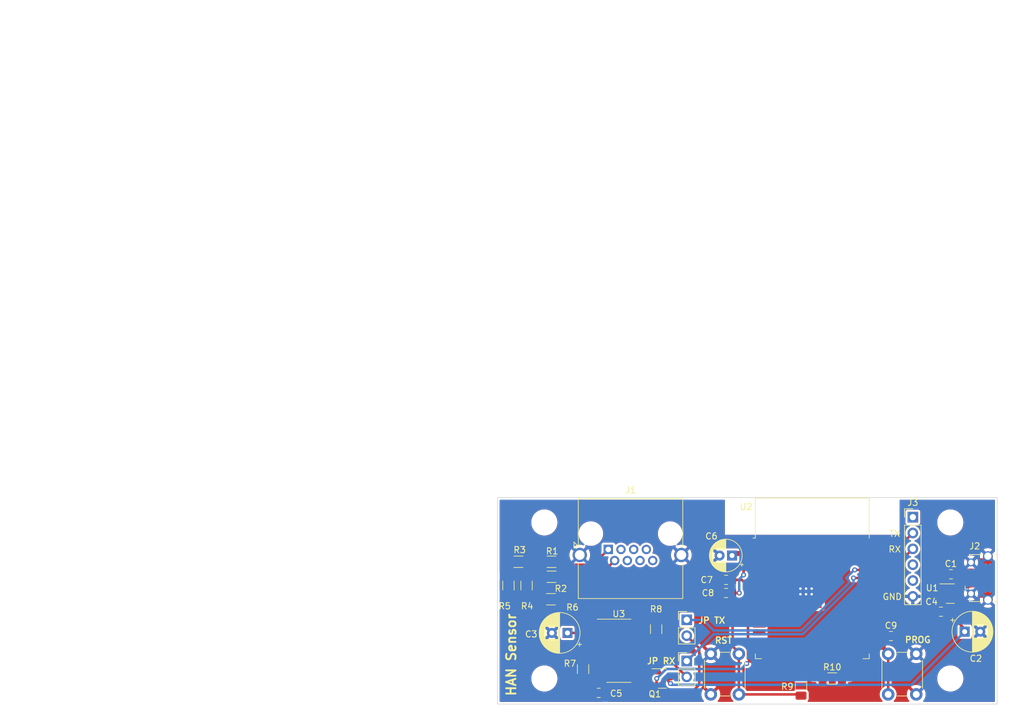
<source format=kicad_pcb>
(kicad_pcb (version 20211014) (generator pcbnew)
  (layers (0 "F.Cu" signal) (31 "B.Cu" signal) (34 "B.Paste" user) (35 "F.Paste" user) (36 "B.SilkS" user "B.Silkscreen") (37 "F.SilkS" user "F.Silkscreen") (38 "B.Mask" user) (39 "F.Mask" user) (44 "Edge.Cuts" user))
  (net 0 "")
  (net 1 "Net-(C1-Pad1)")
  (net 2 "+3V3")
  (net 3 "GND")
  (net 4 "Net-(C3-Pad1)")
  (net 11 "Net-(C5-Pad1)")
  (net 15 "Net-(C8-Pad2)")
  (net 16 "VDD")
  (net 45 "Net-(J1-Pad1)")
  (net 46 "Net-(J1-Pad2)")
  (net 51 "/ESP_TX")
  (net 52 "/ESP_RX")
  (net 57 "/HAN_TX")
  (net 58 "/HAN_RX")
  (net 59 "Net-(C9-Pad1)")
  (net 60 "Net-(R1-Pad2)")
  (net 62 "Net-(R2-Pad2)")
  (net 63 "Net-(R3-Pad2)")
  (net 64 "Net-(R4-Pad2)")
  (net 65 "Net-(Q1-Pad1)")
  (net 66 "Net-(R5-Pad2)")
  (net 67 "Net-(R6-Pad2)")
  (net 68 "Net-(R7-Pad1)")
  (net 69 "Net-(R8-Pad2)")
  (footprint "Button_Switch_THT:SW_PUSH_6mm" (layer "F.Cu") (at 162.55 131.55 90)
    (fp_text reference "SW2" hide)
    (fp_text value "ESP_PROG")
    (pad "1" thru_hole circle (at 6.5 0 180) (size 2 2) (drill 1.1) (layers *.Cu *.Mask) (net 59 "Net-(C9-Pad1)"))
    (pad "1" thru_hole circle (at 0 0 180) (size 2 2) (drill 1.1) (layers *.Cu *.Mask) (net 59 "Net-(C9-Pad1)"))
    (pad "2" thru_hole circle (at 6.5 4.5 180) (size 2 2) (drill 1.1) (layers *.Cu *.Mask) (net 3 "GND"))
    (pad "2" thru_hole circle (at 0 4.5 180) (size 2 2) (drill 1.1) (layers *.Cu *.Mask) (net 3 "GND"))
  )
  (footprint "Capacitor_THT:CP_Radial_D6.3mm_P2.50mm" (layer "F.Cu") (at 111.2 121.7 180)
    (fp_text reference "C3" (at 5.8 -0.2 180) (layer "F.SilkS"))
    (fp_text value "220uF")
    (pad "1" thru_hole rect (at 0 0 180) (size 1.6 1.6) (drill 0.8) (layers *.Cu *.Mask) (net 4 "Net-(C3-Pad1)"))
    (pad "2" thru_hole circle (at 2.5 0 180) (size 1.6 1.6) (drill 0.8) (layers *.Cu *.Mask) (net 3 "GND"))
  )
  (footprint "MountingHole:MountingHole_3.5mm" (layer "F.Cu") (at 172.5 104)
    (fp_text reference "REF**" hide)
    (fp_text value "MountingHole_3.5mm" hide)
    (pad "" np_thru_hole circle (at 0 0) (size 3.5 3.5) (drill 3.5) (layers *.Cu *.Mask))
  )
  (footprint "Capacitor_THT:CP_Radial_D5.0mm_P2.00mm" (layer "F.Cu") (at 137.555113 109.3 180)
    (fp_text reference "C6" (at 3.3 3.1) (layer "F.SilkS"))
    (fp_text value "22uF")
    (pad "1" thru_hole rect (at 0 0 180) (size 1.6 1.6) (drill 0.8) (layers *.Cu *.Mask) (net 16 "VDD"))
    (pad "2" thru_hole circle (at 2 0 180) (size 1.6 1.6) (drill 0.8) (layers *.Cu *.Mask) (net 3 "GND"))
  )
  (footprint "Resistor_SMD:R_1206_3216Metric_Pad1.30x1.75mm_HandSolder" (layer "F.Cu") (at 125.4 121.1 -90)
    (fp_text reference "R8" (at -3.2 0 180) (layer "F.SilkS"))
    (fp_text value "100")
    (pad "1" smd roundrect (at -1.55 0 270) (size 1.3 1.75) (layers "F.Cu" "F.Paste" "F.Mask") (roundrect_rratio 0.192308) (net 3 "GND"))
    (pad "2" smd roundrect (at 1.55 0 270) (size 1.3 1.75) (layers "F.Cu" "F.Paste" "F.Mask") (roundrect_rratio 0.192308) (net 69 "Net-(R8-Pad2)"))
  )
  (footprint "Capacitor_SMD:C_0805_2012Metric_Pad1.18x1.45mm_HandSolder" (layer "F.Cu") (at 171 118.3 180)
    (fp_text reference "C4" (at 1.5 1.6) (layer "F.SilkS"))
    (fp_text value "100nF")
    (pad "1" smd roundrect (at -1.0375 0 180) (size 1.175 1.45) (layers "F.Cu" "F.Paste" "F.Mask") (roundrect_rratio 0.212766) (net 2 "+3V3"))
    (pad "2" smd roundrect (at 1.0375 0 180) (size 1.175 1.45) (layers "F.Cu" "F.Paste" "F.Mask") (roundrect_rratio 0.212766) (net 3 "GND"))
  )
  (footprint "Resistor_SMD:R_1206_3216Metric_Pad1.30x1.75mm_HandSolder" (layer "F.Cu") (at 113.7 127.5 -90)
    (fp_text reference "R7" (at -0.9 2.1 180) (layer "F.SilkS"))
    (fp_text value "33k")
    (pad "1" smd roundrect (at -1.55 0 270) (size 1.3 1.75) (layers "F.Cu" "F.Paste" "F.Mask") (roundrect_rratio 0.192308) (net 68 "Net-(R7-Pad1)"))
    (pad "2" smd roundrect (at 1.55 0 270) (size 1.3 1.75) (layers "F.Cu" "F.Paste" "F.Mask") (roundrect_rratio 0.192308) (net 3 "GND"))
  )
  (footprint "Resistor_SMD:R_1206_3216Metric_Pad1.30x1.75mm_HandSolder" (layer "F.Cu") (at 148.6 130.2 -90)
    (fp_text reference "R9" (at 0.1 2.2 180) (layer "F.SilkS"))
    (fp_text value "10k")
    (pad "1" smd roundrect (at -1.55 0 270) (size 1.3 1.75) (layers "F.Cu" "F.Paste" "F.Mask") (roundrect_rratio 0.192308) (net 16 "VDD"))
    (pad "2" smd roundrect (at 1.55 0 270) (size 1.3 1.75) (layers "F.Cu" "F.Paste" "F.Mask") (roundrect_rratio 0.192308) (net 15 "Net-(C8-Pad2)"))
  )
  (footprint "Connector_USB:USB_Micro-B_Amphenol_10118194_Horizontal" (layer "F.Cu") (at 177.215 112.9 90)
    (fp_text reference "J2" (at 5.1 -0.8 180) (layer "F.SilkS"))
    (fp_text value "USB_B_Micro")
    (pad "1" smd rect (at -1.3 -1.4 90) (size 0.4 1.35) (layers "F.Cu" "F.Paste" "F.Mask") (net 1 "Net-(C1-Pad1)"))
    (pad "2" smd rect (at -0.65 -1.4 90) (size 0.4 1.35) (layers "F.Cu" "F.Paste" "F.Mask"))
    (pad "3" smd rect (at 0 -1.4 90) (size 0.4 1.35) (layers "F.Cu" "F.Paste" "F.Mask"))
    (pad "4" smd rect (at 0.65 -1.4 90) (size 0.4 1.35) (layers "F.Cu" "F.Paste" "F.Mask"))
    (pad "5" smd rect (at 1.3 -1.4 90) (size 0.4 1.35) (layers "F.Cu" "F.Paste" "F.Mask") (net 3 "GND"))
    (pad "6" smd rect (at 1 1.3 90) (size 1.5 1.55) (layers "F.Cu" "F.Paste" "F.Mask") (net 3 "GND"))
    (pad "6" thru_hole circle (at 3.5 1.3 90) (size 1.55 1.55) (drill 1.15) (layers *.Cu *.Mask) (net 3 "GND"))
    (pad "6" thru_hole circle (at -3.5 1.3 90) (size 1.55 1.55) (drill 1.15) (layers *.Cu *.Mask) (net 3 "GND"))
    (pad "6" thru_hole circle (at 2.5 -1.4 90) (size 1.25 1.25) (drill 0.85) (layers *.Cu *.Mask) (net 3 "GND"))
    (pad "6" thru_hole circle (at -2.5 -1.4 90) (size 1.25 1.25) (drill 0.85) (layers *.Cu *.Mask) (net 3 "GND"))
    (pad "6" smd rect (at -2.9 1.3 90) (size 1.2 1.55) (layers "F.Cu" "F.Paste" "F.Mask") (net 3 "GND"))
    (pad "6" smd rect (at 2.9 1.3 90) (size 1.2 1.55) (layers "F.Cu" "F.Paste" "F.Mask") (net 3 "GND"))
    (pad "6" smd rect (at -1 1.3 90) (size 1.5 1.55) (layers "F.Cu" "F.Paste" "F.Mask") (net 3 "GND"))
  )
  (footprint "RF_Module:ESP32-WROOM-32" (layer "F.Cu") (at 150.4 115.95)
    (fp_text reference "U2" (at -10.6 -14.45) (layer "F.SilkS"))
    (fp_text value "ESP32-WROOM-32")
    (pad "1" smd rect (at -8.5 -8.255) (size 2 0.9) (layers "F.Cu" "F.Paste" "F.Mask") (net 3 "GND"))
    (pad "2" smd rect (at -8.5 -6.985) (size 2 0.9) (layers "F.Cu" "F.Paste" "F.Mask") (net 16 "VDD"))
    (pad "3" smd rect (at -8.5 -5.715) (size 2 0.9) (layers "F.Cu" "F.Paste" "F.Mask") (net 15 "Net-(C8-Pad2)"))
    (pad "4" smd rect (at -8.5 -4.445) (size 2 0.9) (layers "F.Cu" "F.Paste" "F.Mask"))
    (pad "5" smd rect (at -8.5 -3.175) (size 2 0.9) (layers "F.Cu" "F.Paste" "F.Mask"))
    (pad "6" smd rect (at -8.5 -1.905) (size 2 0.9) (layers "F.Cu" "F.Paste" "F.Mask"))
    (pad "7" smd rect (at -8.5 -0.635) (size 2 0.9) (layers "F.Cu" "F.Paste" "F.Mask"))
    (pad "8" smd rect (at -8.5 0.635) (size 2 0.9) (layers "F.Cu" "F.Paste" "F.Mask"))
    (pad "9" smd rect (at -8.5 1.905) (size 2 0.9) (layers "F.Cu" "F.Paste" "F.Mask"))
    (pad "10" smd rect (at -8.5 3.175) (size 2 0.9) (layers "F.Cu" "F.Paste" "F.Mask"))
    (pad "11" smd rect (at -8.5 4.445) (size 2 0.9) (layers "F.Cu" "F.Paste" "F.Mask"))
    (pad "12" smd rect (at -8.5 5.715) (size 2 0.9) (layers "F.Cu" "F.Paste" "F.Mask"))
    (pad "13" smd rect (at -8.5 6.985) (size 2 0.9) (layers "F.Cu" "F.Paste" "F.Mask"))
    (pad "14" smd rect (at -8.5 8.255) (size 2 0.9) (layers "F.Cu" "F.Paste" "F.Mask"))
    (pad "15" smd rect (at -5.715 9.255 90) (size 2 0.9) (layers "F.Cu" "F.Paste" "F.Mask") (net 3 "GND"))
    (pad "16" smd rect (at -4.445 9.255 90) (size 2 0.9) (layers "F.Cu" "F.Paste" "F.Mask"))
    (pad "17" smd rect (at -3.175 9.255 90) (size 2 0.9) (layers "F.Cu" "F.Paste" "F.Mask"))
    (pad "18" smd rect (at -1.905 9.255 90) (size 2 0.9) (layers "F.Cu" "F.Paste" "F.Mask"))
    (pad "19" smd rect (at -0.635 9.255 90) (size 2 0.9) (layers "F.Cu" "F.Paste" "F.Mask"))
    (pad "20" smd rect (at 0.635 9.255 90) (size 2 0.9) (layers "F.Cu" "F.Paste" "F.Mask"))
    (pad "21" smd rect (at 1.905 9.255 90) (size 2 0.9) (layers "F.Cu" "F.Paste" "F.Mask"))
    (pad "22" smd rect (at 3.175 9.255 90) (size 2 0.9) (layers "F.Cu" "F.Paste" "F.Mask"))
    (pad "23" smd rect (at 4.445 9.255 90) (size 2 0.9) (layers "F.Cu" "F.Paste" "F.Mask"))
    (pad "24" smd rect (at 5.715 9.255 90) (size 2 0.9) (layers "F.Cu" "F.Paste" "F.Mask"))
    (pad "25" smd rect (at 8.5 8.255) (size 2 0.9) (layers "F.Cu" "F.Paste" "F.Mask") (net 59 "Net-(C9-Pad1)"))
    (pad "26" smd rect (at 8.5 6.985) (size 2 0.9) (layers "F.Cu" "F.Paste" "F.Mask"))
    (pad "27" smd rect (at 8.5 5.715) (size 2 0.9) (layers "F.Cu" "F.Paste" "F.Mask"))
    (pad "28" smd rect (at 8.5 4.445) (size 2 0.9) (layers "F.Cu" "F.Paste" "F.Mask"))
    (pad "29" smd rect (at 8.5 3.175) (size 2 0.9) (layers "F.Cu" "F.Paste" "F.Mask"))
    (pad "30" smd rect (at 8.5 1.905) (size 2 0.9) (layers "F.Cu" "F.Paste" "F.Mask"))
    (pad "31" smd rect (at 8.5 0.635) (size 2 0.9) (layers "F.Cu" "F.Paste" "F.Mask"))
    (pad "32" smd rect (at 8.5 -0.635) (size 2 0.9) (layers "F.Cu" "F.Paste" "F.Mask"))
    (pad "33" smd rect (at 8.5 -1.905) (size 2 0.9) (layers "F.Cu" "F.Paste" "F.Mask"))
    (pad "34" smd rect (at 8.5 -3.175) (size 2 0.9) (layers "F.Cu" "F.Paste" "F.Mask") (net 52 "/ESP_RX"))
    (pad "35" smd rect (at 8.5 -4.445) (size 2 0.9) (layers "F.Cu" "F.Paste" "F.Mask") (net 51 "/ESP_TX"))
    (pad "36" smd rect (at 8.5 -5.715) (size 2 0.9) (layers "F.Cu" "F.Paste" "F.Mask"))
    (pad "37" smd rect (at 8.5 -6.985) (size 2 0.9) (layers "F.Cu" "F.Paste" "F.Mask"))
    (pad "38" smd rect (at 8.5 -8.255) (size 2 0.9) (layers "F.Cu" "F.Paste" "F.Mask") (net 3 "GND"))
    (pad "39" smd rect (at -1 -0.755) (size 5 5) (layers "F.Cu" "F.Paste" "F.Mask") (net 3 "GND"))
    (zone (net 0) (net_name "") (layers *.Cu) (connect_pads (clearance 0)) (min_thickness 0.254)
      (keepout (tracks not_allowed) (vias not_allowed) (pads not_allowed) (copperpour not_allowed) (footprints not_allowed))
      (fill (thermal_gap 0.508) (thermal_bridge_width 0.508))
      (polygon (pts (xy 136.4 105.98) (xy 164.4 105.98) (xy 164.4 95.2) (xy 136.4 95.2)))
    )
  )
  (footprint "Resistor_SMD:R_1206_3216Metric_Pad1.30x1.75mm_HandSolder" (layer "F.Cu") (at 153.6 129)
    (fp_text reference "R10" (at 0 -1.82) (layer "F.SilkS"))
    (fp_text value "10k")
    (pad "1" smd roundrect (at -1.55 0) (size 1.3 1.75) (layers "F.Cu" "F.Paste" "F.Mask") (roundrect_rratio 0.192308) (net 16 "VDD"))
    (pad "2" smd roundrect (at 1.55 0) (size 1.3 1.75) (layers "F.Cu" "F.Paste" "F.Mask") (roundrect_rratio 0.192308) (net 59 "Net-(C9-Pad1)"))
  )
  (footprint "Capacitor_SMD:C_0805_2012Metric_Pad1.18x1.45mm_HandSolder" (layer "F.Cu") (at 136.6 113.2 180)
    (fp_text reference "C7" (at 3.1 0 180) (layer "F.SilkS"))
    (fp_text value "100nF")
    (pad "1" smd roundrect (at -1.0375 0 180) (size 1.175 1.45) (layers "F.Cu" "F.Paste" "F.Mask") (roundrect_rratio 0.212766) (net 16 "VDD"))
    (pad "2" smd roundrect (at 1.0375 0 180) (size 1.175 1.45) (layers "F.Cu" "F.Paste" "F.Mask") (roundrect_rratio 0.212766) (net 3 "GND"))
  )
  (footprint "Package_TO_SOT_SMD:SOT-23" (layer "F.Cu") (at 172.5 115.4)
    (fp_text reference "U1" (at -2.9 -0.9) (layer "F.SilkS"))
    (fp_text value "AP7375-33SA")
    (pad "1" smd roundrect (at -0.9375 -0.95) (size 1.475 0.6) (layers "F.Cu" "F.Paste" "F.Mask") (net 1 "Net-(C1-Pad1)"))
    (pad "2" smd roundrect (at -0.9375 0.95) (size 1.475 0.6) (layers "F.Cu" "F.Paste" "F.Mask") (net 2 "+3V3"))
    (pad "3" smd roundrect (at 0.9375 0) (size 1.475 0.6) (layers "F.Cu" "F.Paste" "F.Mask") (net 3 "GND"))
  )
  (footprint "MountingHole:MountingHole_3.5mm" (layer "F.Cu") (at 107.5 129)
    (fp_text reference "REF**" hide)
    (fp_text value "MountingHole_3.5mm" hide)
    (pad "" np_thru_hole circle (at 0 0) (size 3.5 3.5) (drill 3.5) (layers *.Cu *.Mask))
  )
  (footprint "MountingHole:MountingHole_3.5mm" (layer "F.Cu") (at 172.5 129)
    (fp_text reference "REF**" hide)
    (fp_text value "MountingHole_3.5mm" hide)
    (pad "" np_thru_hole circle (at 0 0) (size 3.5 3.5) (drill 3.5) (layers *.Cu *.Mask))
  )
  (footprint "Package_TO_SOT_SMD:SOT-23" (layer "F.Cu") (at 126.4 129)
    (fp_text reference "Q1" (at -1.2 2.5) (layer "F.SilkS"))
    (fp_text value "BSS84")
    (pad "1" smd roundrect (at -0.9375 -0.95) (size 1.475 0.6) (layers "F.Cu" "F.Paste" "F.Mask") (net 65 "Net-(Q1-Pad1)"))
    (pad "2" smd roundrect (at -0.9375 0.95) (size 1.475 0.6) (layers "F.Cu" "F.Paste" "F.Mask") (net 16 "VDD"))
    (pad "3" smd roundrect (at 0.9375 0) (size 1.475 0.6) (layers "F.Cu" "F.Paste" "F.Mask") (net 2 "+3V3"))
  )
  (footprint "Capacitor_SMD:C_0805_2012Metric_Pad1.18x1.45mm_HandSolder" (layer "F.Cu") (at 136.6 115.3)
    (fp_text reference "C8" (at -2.9 0) (layer "F.SilkS"))
    (fp_text value "100nF")
    (pad "1" smd roundrect (at -1.0375 0) (size 1.175 1.45) (layers "F.Cu" "F.Paste" "F.Mask") (roundrect_rratio 0.212766) (net 3 "GND"))
    (pad "2" smd roundrect (at 1.0375 0) (size 1.175 1.45) (layers "F.Cu" "F.Paste" "F.Mask") (roundrect_rratio 0.212766) (net 15 "Net-(C8-Pad2)"))
  )
  (footprint "Connector_RJ:RJ45_Amphenol_RJHSE5380" (layer "F.Cu") (at 117.74 108.325)
    (fp_text reference "J1" (at 3.56 -9.5) (layer "F.SilkS"))
    (fp_text value "8P8C_Shielded")
    (pad "" np_thru_hole circle (at 9.91 -2.54) (size 3.25 3.25) (drill 3.25) (layers *.Cu *.Mask))
    (pad "" np_thru_hole circle (at -2.79 -2.54) (size 3.25 3.25) (drill 3.25) (layers *.Cu *.Mask))
    (pad "1" thru_hole rect (at 0 0) (size 1.5 1.5) (drill 0.89) (layers *.Cu *.Mask) (net 45 "Net-(J1-Pad1)"))
    (pad "2" thru_hole circle (at 1.016 1.78) (size 1.5 1.5) (drill 0.89) (layers *.Cu *.Mask) (net 46 "Net-(J1-Pad2)"))
    (pad "3" thru_hole circle (at 2.032 0) (size 1.5 1.5) (drill 0.89) (layers *.Cu *.Mask))
    (pad "4" thru_hole circle (at 3.048 1.78) (size 1.5 1.5) (drill 0.89) (layers *.Cu *.Mask))
    (pad "5" thru_hole circle (at 4.064 0) (size 1.5 1.5) (drill 0.89) (layers *.Cu *.Mask))
    (pad "6" thru_hole circle (at 5.08 1.78) (size 1.5 1.5) (drill 0.89) (layers *.Cu *.Mask))
    (pad "7" thru_hole circle (at 6.096 0) (size 1.5 1.5) (drill 0.89) (layers *.Cu *.Mask))
    (pad "8" thru_hole circle (at 7.112 1.78) (size 1.5 1.5) (drill 0.89) (layers *.Cu *.Mask))
    (pad "SH" thru_hole circle (at -4.57 0.89) (size 2.3 2.3) (drill 1.57) (layers *.Cu *.Mask) (net 3 "GND"))
    (pad "SH" thru_hole circle (at 11.69 0.89) (size 2.3 2.3) (drill 1.57) (layers *.Cu *.Mask) (net 3 "GND"))
  )
  (footprint "Connector_PinHeader_2.54mm:PinHeader_1x02_P2.54mm_Vertical" (layer "F.Cu") (at 130.3 126.2)
    (fp_text reference "JP2" hide)
    (fp_text value "JP RX")
    (pad "1" thru_hole rect (at 0 0) (size 1.7 1.7) (drill 1) (layers *.Cu *.Mask) (net 52 "/ESP_RX"))
    (pad "2" thru_hole oval (at 0 2.54) (size 1.7 1.7) (drill 1) (layers *.Cu *.Mask) (net 58 "/HAN_RX"))
  )
  (footprint "Capacitor_SMD:C_0805_2012Metric_Pad1.18x1.45mm_HandSolder" (layer "F.Cu") (at 172.6 112.3)
    (fp_text reference "C1" (at 0 -1.68) (layer "F.SilkS"))
    (fp_text value "100nF")
    (pad "1" smd roundrect (at -1.0375 0) (size 1.175 1.45) (layers "F.Cu" "F.Paste" "F.Mask") (roundrect_rratio 0.212766) (net 1 "Net-(C1-Pad1)"))
    (pad "2" smd roundrect (at 1.0375 0) (size 1.175 1.45) (layers "F.Cu" "F.Paste" "F.Mask") (roundrect_rratio 0.212766) (net 3 "GND"))
  )
  (footprint "Package_SO:SOIC-16_3.9x9.9mm_P1.27mm" (layer "F.Cu") (at 119.425 124.555)
    (fp_text reference "U3" (at 0 -5.9) (layer "F.SilkS"))
    (fp_text value "TSS721")
    (pad "1" smd roundrect (at -2.475 -4.445) (size 1.95 0.6) (layers "F.Cu" "F.Paste" "F.Mask") (net 67 "Net-(R6-Pad2)"))
    (pad "2" smd roundrect (at -2.475 -3.175) (size 1.95 0.6) (layers "F.Cu" "F.Paste" "F.Mask"))
    (pad "3" smd roundrect (at -2.475 -1.905) (size 1.95 0.6) (layers "F.Cu" "F.Paste" "F.Mask") (net 4 "Net-(C3-Pad1)"))
    (pad "4" smd roundrect (at -2.475 -0.635) (size 1.95 0.6) (layers "F.Cu" "F.Paste" "F.Mask") (net 68 "Net-(R7-Pad1)"))
    (pad "5" smd roundrect (at -2.475 0.635) (size 1.95 0.6) (layers "F.Cu" "F.Paste" "F.Mask"))
    (pad "6" smd roundrect (at -2.475 1.905) (size 1.95 0.6) (layers "F.Cu" "F.Paste" "F.Mask") (net 11 "Net-(C5-Pad1)"))
    (pad "7" smd roundrect (at -2.475 3.175) (size 1.95 0.6) (layers "F.Cu" "F.Paste" "F.Mask"))
    (pad "8" smd roundrect (at -2.475 4.445) (size 1.95 0.6) (layers "F.Cu" "F.Paste" "F.Mask") (net 57 "/HAN_TX"))
    (pad "9" smd roundrect (at 2.475 4.445) (size 1.95 0.6) (layers "F.Cu" "F.Paste" "F.Mask") (net 16 "VDD"))
    (pad "10" smd roundrect (at 2.475 3.175) (size 1.95 0.6) (layers "F.Cu" "F.Paste" "F.Mask") (net 65 "Net-(Q1-Pad1)"))
    (pad "11" smd roundrect (at 2.475 1.905) (size 1.95 0.6) (layers "F.Cu" "F.Paste" "F.Mask") (net 16 "VDD"))
    (pad "12" smd roundrect (at 2.475 0.635) (size 1.95 0.6) (layers "F.Cu" "F.Paste" "F.Mask") (net 58 "/HAN_RX"))
    (pad "13" smd roundrect (at 2.475 -0.635) (size 1.95 0.6) (layers "F.Cu" "F.Paste" "F.Mask"))
    (pad "14" smd roundrect (at 2.475 -1.905) (size 1.95 0.6) (layers "F.Cu" "F.Paste" "F.Mask") (net 69 "Net-(R8-Pad2)"))
    (pad "15" smd roundrect (at 2.475 -3.175) (size 1.95 0.6) (layers "F.Cu" "F.Paste" "F.Mask") (net 3 "GND"))
    (pad "16" smd roundrect (at 2.475 -4.445) (size 1.95 0.6) (layers "F.Cu" "F.Paste" "F.Mask") (net 66 "Net-(R5-Pad2)"))
  )
  (footprint "Resistor_SMD:R_1206_3216Metric_Pad1.30x1.75mm_HandSolder" (layer "F.Cu") (at 108.65 110.3 180)
    (fp_text reference "R1" (at -0.1 1.7) (layer "F.SilkS"))
    (fp_text value "100")
    (pad "1" smd roundrect (at -1.55 0 180) (size 1.3 1.75) (layers "F.Cu" "F.Paste" "F.Mask") (roundrect_rratio 0.192308) (net 45 "Net-(J1-Pad1)"))
    (pad "2" smd roundrect (at 1.55 0 180) (size 1.3 1.75) (layers "F.Cu" "F.Paste" "F.Mask") (roundrect_rratio 0.192308) (net 60 "Net-(R1-Pad2)"))
  )
  (footprint "Capacitor_SMD:C_0805_2012Metric_Pad1.18x1.45mm_HandSolder" (layer "F.Cu") (at 116.2 131.3)
    (fp_text reference "C5" (at 2.8 0.1 180) (layer "F.SilkS"))
    (fp_text value "100nF")
    (pad "1" smd roundrect (at -1.0375 0) (size 1.175 1.45) (layers "F.Cu" "F.Paste" "F.Mask") (roundrect_rratio 0.212766) (net 11 "Net-(C5-Pad1)"))
    (pad "2" smd roundrect (at 1.0375 0) (size 1.175 1.45) (layers "F.Cu" "F.Paste" "F.Mask") (roundrect_rratio 0.212766) (net 3 "GND"))
  )
  (footprint "Capacitor_SMD:C_0805_2012Metric_Pad1.18x1.45mm_HandSolder" (layer "F.Cu") (at 163 122.2)
    (fp_text reference "C9" (at 0 -1.68) (layer "F.SilkS"))
    (fp_text value "100nF")
    (pad "1" smd roundrect (at -1.0375 0) (size 1.175 1.45) (layers "F.Cu" "F.Paste" "F.Mask") (roundrect_rratio 0.212766) (net 59 "Net-(C9-Pad1)"))
    (pad "2" smd roundrect (at 1.0375 0) (size 1.175 1.45) (layers "F.Cu" "F.Paste" "F.Mask") (roundrect_rratio 0.212766) (net 3 "GND"))
  )
  (footprint "Resistor_SMD:R_1206_3216Metric_Pad1.30x1.75mm_HandSolder" (layer "F.Cu") (at 101.75 114.1 -90)
    (fp_text reference "R5" (at 3.3 0.6 180) (layer "F.SilkS"))
    (fp_text value "22")
    (pad "1" smd roundrect (at -1.55 0 270) (size 1.3 1.75) (layers "F.Cu" "F.Paste" "F.Mask") (roundrect_rratio 0.192308) (net 63 "Net-(R3-Pad2)"))
    (pad "2" smd roundrect (at 1.55 0 270) (size 1.3 1.75) (layers "F.Cu" "F.Paste" "F.Mask") (roundrect_rratio 0.192308) (net 66 "Net-(R5-Pad2)"))
  )
  (footprint "Resistor_SMD:R_1206_3216Metric_Pad1.30x1.75mm_HandSolder" (layer "F.Cu") (at 103.35 110.3 180)
    (fp_text reference "R3" (at -0.2 1.9) (layer "F.SilkS"))
    (fp_text value "100")
    (pad "1" smd roundrect (at -1.55 0 180) (size 1.3 1.75) (layers "F.Cu" "F.Paste" "F.Mask") (roundrect_rratio 0.192308) (net 60 "Net-(R1-Pad2)"))
    (pad "2" smd roundrect (at 1.55 0 180) (size 1.3 1.75) (layers "F.Cu" "F.Paste" "F.Mask") (roundrect_rratio 0.192308) (net 63 "Net-(R3-Pad2)"))
  )
  (footprint "Resistor_SMD:R_1206_3216Metric_Pad1.30x1.75mm_HandSolder" (layer "F.Cu") (at 108.65 112.7 180)
    (fp_text reference "R2" (at -1.5 -1.9) (layer "F.SilkS"))
    (fp_text value "100")
    (pad "1" smd roundrect (at -1.55 0 180) (size 1.3 1.75) (layers "F.Cu" "F.Paste" "F.Mask") (roundrect_rratio 0.192308) (net 46 "Net-(J1-Pad2)"))
    (pad "2" smd roundrect (at 1.55 0 180) (size 1.3 1.75) (layers "F.Cu" "F.Paste" "F.Mask") (roundrect_rratio 0.192308) (net 62 "Net-(R2-Pad2)"))
  )
  (footprint "Resistor_SMD:R_1206_3216Metric_Pad1.30x1.75mm_HandSolder" (layer "F.Cu") (at 104.65 114.1 -90)
    (fp_text reference "R4" (at 3.3 -0.1 180) (layer "F.SilkS"))
    (fp_text value "100")
    (pad "1" smd roundrect (at -1.55 0 270) (size 1.3 1.75) (layers "F.Cu" "F.Paste" "F.Mask") (roundrect_rratio 0.192308) (net 62 "Net-(R2-Pad2)"))
    (pad "2" smd roundrect (at 1.55 0 270) (size 1.3 1.75) (layers "F.Cu" "F.Paste" "F.Mask") (roundrect_rratio 0.192308) (net 64 "Net-(R4-Pad2)"))
  )
  (footprint "Button_Switch_THT:SW_PUSH_6mm" (layer "F.Cu") (at 134.15 131.55 90)
    (fp_text reference "SW1" hide)
    (fp_text value "ESP_RESET")
    (pad "1" thru_hole circle (at 6.5 0 180) (size 2 2) (drill 1.1) (layers *.Cu *.Mask) (net 3 "GND"))
    (pad "1" thru_hole circle (at 0 0 180) (size 2 2) (drill 1.1) (layers *.Cu *.Mask) (net 3 "GND"))
    (pad "2" thru_hole circle (at 0 4.5 180) (size 2 2) (drill 1.1) (layers *.Cu *.Mask) (net 15 "Net-(C8-Pad2)"))
    (pad "2" thru_hole circle (at 6.5 4.5 180) (size 2 2) (drill 1.1) (layers *.Cu *.Mask) (net 15 "Net-(C8-Pad2)"))
  )
  (footprint "MountingHole:MountingHole_3.5mm" (layer "F.Cu") (at 107.5 104)
    (fp_text reference "REF**" hide)
    (fp_text value "MountingHole_3.5mm" hide)
    (pad "" np_thru_hole circle (at 0 0) (size 3.5 3.5) (drill 3.5) (layers *.Cu *.Mask))
  )
  (footprint "Connector_PinHeader_2.54mm:PinHeader_1x06_P2.54mm_Vertical" (layer "F.Cu") (at 166.5 103.15)
    (fp_text reference "J3" (at 0 -2.33) (layer "F.SilkS"))
    (fp_text value "Conn_01x06")
    (pad "1" thru_hole rect (at 0 0) (size 1.7 1.7) (drill 1) (layers *.Cu *.Mask))
    (pad "2" thru_hole oval (at 0 2.54) (size 1.7 1.7) (drill 1) (layers *.Cu *.Mask) (net 51 "/ESP_TX"))
    (pad "3" thru_hole oval (at 0 5.08) (size 1.7 1.7) (drill 1) (layers *.Cu *.Mask) (net 52 "/ESP_RX"))
    (pad "4" thru_hole oval (at 0 7.62) (size 1.7 1.7) (drill 1) (layers *.Cu *.Mask))
    (pad "5" thru_hole oval (at 0 10.16) (size 1.7 1.7) (drill 1) (layers *.Cu *.Mask))
    (pad "6" thru_hole oval (at 0 12.7) (size 1.7 1.7) (drill 1) (layers *.Cu *.Mask) (net 3 "GND"))
  )
  (footprint "Capacitor_THT:CP_Radial_D6.3mm_P2.50mm" (layer "F.Cu") (at 174.8 121.5)
    (fp_text reference "C2" (at 1.8 4.3) (layer "F.SilkS"))
    (fp_text value "220uF")
    (pad "1" thru_hole rect (at 0 0) (size 1.6 1.6) (drill 0.8) (layers *.Cu *.Mask) (net 2 "+3V3"))
    (pad "2" thru_hole circle (at 2.5 0) (size 1.6 1.6) (drill 0.8) (layers *.Cu *.Mask) (net 3 "GND"))
  )
  (footprint "Resistor_SMD:R_1206_3216Metric_Pad1.30x1.75mm_HandSolder" (layer "F.Cu") (at 108.55 116.3)
    (fp_text reference "R6" (at 3.45 1.3) (layer "F.SilkS"))
    (fp_text value "22")
    (pad "1" smd roundrect (at -1.55 0) (size 1.3 1.75) (layers "F.Cu" "F.Paste" "F.Mask") (roundrect_rratio 0.192308) (net 64 "Net-(R4-Pad2)"))
    (pad "2" smd roundrect (at 1.55 0) (size 1.3 1.75) (layers "F.Cu" "F.Paste" "F.Mask") (roundrect_rratio 0.192308) (net 67 "Net-(R6-Pad2)"))
  )
  (footprint "Connector_PinHeader_2.54mm:PinHeader_1x02_P2.54mm_Vertical" (layer "F.Cu") (at 130.3 119.6)
    (fp_text reference "JP1" hide)
    (fp_text value "JP TX")
    (pad "1" thru_hole rect (at 0 0) (size 1.7 1.7) (drill 1) (layers *.Cu *.Mask) (net 51 "/ESP_TX"))
    (pad "2" thru_hole oval (at 0 2.54) (size 1.7 1.7) (drill 1) (layers *.Cu *.Mask) (net 57 "/HAN_TX"))
  )
  (gr_rect (start 100 100) (end 180 133.1) (layer "Edge.Cuts") (width 0.1) (fill none))
  (gr_text "PROG" (at 167.3 122.8) (layer "F.SilkS") (effects (font (size 1 1) (thickness 0.2))))
  (gr_text "RX" (at 163.6 108.3) (layer "F.SilkS") (effects (font (size 1 1))))
  (gr_text "HAN Sensor" (at 102.2 125.2 90) (layer "F.SilkS") (effects (font (size 1.5 1.5) (thickness 0.3))))
  (gr_text "RST" (at 136.2 122.9) (layer "F.SilkS") (effects (font (size 1 1) (thickness 0.2))))
  (gr_text "TX" (at 163.6 105.8) (layer "F.SilkS") (effects (font (size 1 1))))
  (gr_text "GND" (at 163.2 115.9) (layer "F.SilkS") (effects (font (size 1 1))))
  (gr_text "JP TX" (at 134.3 119.7) (layer "F.SilkS") (effects (font (size 1 1) (thickness 0.2))))
  (gr_text "JP RX" (at 126.2 126.2) (layer "F.SilkS") (effects (font (size 1 1) (thickness 0.2))))
  (segment (start 175.566122 114.2) (end 175.266122 114.5) (width 0.4) (layer "F.Cu") (net 1))
  (segment (start 171.6125 114.5) (end 171.5625 114.45) (width 0.4) (layer "F.Cu") (net 1))
  (segment (start 171.5625 112.3) (end 171.5625 114.45) (width 0.4) (layer "F.Cu") (net 1))
  (segment (start 175.266122 114.5) (end 171.6125 114.5) (width 0.4) (layer "F.Cu") (net 1))
  (segment (start 175.815 114.2) (end 175.566122 114.2) (width 0.4) (layer "F.Cu") (net 1))
  (segment (start 127.3375 129) (end 127.3375 129.4375) (width 0.4) (layer "F.Cu") (net 2))
  (segment (start 171.5625 116.35) (end 171.5625 117.825) (width 0.4) (layer "F.Cu") (net 2))
  (segment (start 171.5625 117.825) (end 172.0375 118.3) (width 0.4) (layer "F.Cu") (net 2))
  (segment (start 127.3375 129.4375) (end 127.7 129.8) (width 0.4) (layer "F.Cu") (net 2))
  (segment (start 174.8 121.0625) (end 172.0375 118.3) (width 0.4) (layer "F.Cu") (net 2))
  (segment (start 174.8 121.5) (end 174.8 121.0625) (width 0.4) (layer "F.Cu") (net 2))
  (via (at 127.7 129.8) (size 0.8) (drill 0.4) (layers "F.Cu" "B.Cu") (net 2))
  (segment (start 166.285489 130.014511) (end 174.8 121.5) (width 0.4) (layer "B.Cu") (net 2))
  (segment (start 127.914511 130.014511) (end 166.285489 130.014511) (width 0.4) (layer "B.Cu") (net 2))
  (segment (start 127.7 129.8) (end 127.914511 130.014511) (width 0.4) (layer "B.Cu") (net 2))
  (segment (start 174.3375 111.6) (end 173.6375 112.3) (width 0.4) (layer "F.Cu") (net 3))
  (segment (start 175.815 111.6) (end 174.3375 111.6) (width 0.4) (layer "F.Cu") (net 3))
  (via (at 148.5 115.5) (size 0.8) (drill 0.4) (layers "F.Cu" "B.Cu") (net 3))
  (via (at 148.5 114.6) (size 0.8) (drill 0.4) (layers "F.Cu" "B.Cu") (net 3))
  (via (at 150.3 115.5) (size 0.8) (drill 0.4) (layers "F.Cu" "B.Cu") (net 3))
  (via (at 149.4 115.5) (size 0.8) (drill 0.4) (layers "F.Cu" "B.Cu") (net 3))
  (via (at 150.3 114.6) (size 0.8) (drill 0.4) (layers "F.Cu" "B.Cu") (net 3))
  (via (at 149.4 114.6) (size 0.8) (drill 0.4) (layers "F.Cu" "B.Cu") (net 3))
  (segment (start 111.2 121.7) (end 114.3 121.7) (width 0.4) (layer "F.Cu") (net 4))
  (segment (start 115.25 122.65) (end 116.95 122.65) (width 0.4) (layer "F.Cu") (net 4))
  (segment (start 114.3 121.7) (end 115.25 122.65) (width 0.4) (layer "F.Cu") (net 4))
  (segment (start 115.64 126.46) (end 116.95 126.46) (width 0.4) (layer "F.Cu") (net 11))
  (segment (start 115.1625 131.3) (end 115.1625 126.9375) (width 0.4) (layer "F.Cu") (net 11))
  (segment (start 115.1625 126.9375) (end 115.64 126.46) (width 0.4) (layer "F.Cu") (net 11))
  (segment (start 137.6375 115.3) (end 137.6375 123.8375) (width 0.4) (layer "F.Cu") (net 15))
  (segment (start 137.6375 115.3) (end 138.7 115.3) (width 0.4) (layer "F.Cu") (net 15))
  (segment (start 139.4 112.4) (end 139.4 111.755978) (width 0.4) (layer "F.Cu") (net 15))
  (segment (start 138.65 125.05) (end 138.65 131.55) (width 0.4) (layer "F.Cu") (net 15))
  (segment (start 138.85 131.55) (end 148.5 131.55) (width 0.4) (layer "F.Cu") (net 15))
  (segment (start 139.4 111.755978) (end 140.920978 110.235) (width 0.4) (layer "F.Cu") (net 15))
  (segment (start 137.6375 123.8375) (end 138.85 125.05) (width 0.4) (layer "F.Cu") (net 15))
  (segment (start 140.920978 110.235) (end 141.9 110.235) (width 0.4) (layer "F.Cu") (net 15))
  (via (at 139.4 112.4) (size 0.8) (drill 0.4) (layers "F.Cu" "B.Cu") (net 15))
  (via (at 138.7 115.3) (size 0.8) (drill 0.4) (layers "F.Cu" "B.Cu") (net 15))
  (segment (start 138.7 115.3) (end 138.7 113.1) (width 0.4) (layer "B.Cu") (net 15))
  (segment (start 138.7 113.1) (end 139.4 112.4) (width 0.4) (layer "B.Cu") (net 15))
  (segment (start 125.4625 129.0375) (end 125.5 129) (width 0.4) (layer "F.Cu") (net 16))
  (segment (start 122.9 130) (end 125.4125 130) (width 0.4) (layer "F.Cu") (net 16))
  (segment (start 125.4125 130) (end 125.4625 129.95) (width 0.4) (layer "F.Cu") (net 16))
  (segment (start 150.5 129) (end 150.1 128.6) (width 0.4) (layer "F.Cu") (net 16))
  (segment (start 140.4 126.1) (end 140.1 125.8) (width 0.4) (layer "F.Cu") (net 16))
  (segment (start 137.6375 112.1625) (end 140.835 108.965) (width 0.8) (layer "F.Cu") (net 16))
  (segment (start 121.9 129) (end 122.9 130) (width 0.4) (layer "F.Cu") (net 16))
  (segment (start 137.890113 108.965) (end 137.555113 109.3) (width 0.8) (layer "F.Cu") (net 16))
  (segment (start 142.95 128.65) (end 140.4 126.1) (width 0.4) (layer "F.Cu") (net 16))
  (segment (start 148.65 128.6) (end 148.6 128.65) (width 0.4) (layer "F.Cu") (net 16))
  (segment (start 139.1 113.2) (end 137.6375 113.2) (width 0.4) (layer "F.Cu") (net 16))
  (segment (start 140.1 114.2) (end 139.1 113.2) (width 0.4) (layer "F.Cu") (net 16))
  (segment (start 121 129) (end 121.9 129) (width 0.4) (layer "F.Cu") (net 16))
  (segment (start 137.6375 113.2) (end 137.6375 112.1625) (width 0.8) (layer "F.Cu") (net 16))
  (segment (start 150.1 128.6) (end 148.65 128.6) (width 0.4) (layer "F.Cu") (net 16))
  (segment (start 152.05 129) (end 150.5 129) (width 0.4) (layer "F.Cu") (net 16))
  (segment (start 120.52548 128.52548) (end 121 129) (width 0.4) (layer "F.Cu") (net 16))
  (segment (start 125.4625 129.95) (end 125.4625 129.0375) (width 0.4) (layer "F.Cu") (net 16))
  (segment (start 120.74 126.46) (end 120.52548 126.67452) (width 0.4) (layer "F.Cu") (net 16))
  (segment (start 121.9 126.46) (end 120.74 126.46) (width 0.4) (layer "F.Cu") (net 16))
  (segment (start 120.52548 126.67452) (end 120.52548 128.52548) (width 0.4) (layer "F.Cu") (net 16))
  (segment (start 140.835 108.965) (end 141.9 108.965) (width 0.8) (layer "F.Cu") (net 16))
  (segment (start 148.6 128.65) (end 142.95 128.65) (width 0.4) (layer "F.Cu") (net 16))
  (segment (start 139.9 126.6) (end 140.4 126.1) (width 0.4) (layer "F.Cu") (net 16))
  (segment (start 141.9 108.965) (end 137.890113 108.965) (width 0.8) (layer "F.Cu") (net 16))
  (segment (start 140.1 125.8) (end 140.1 114.2) (width 0.4) (layer "F.Cu") (net 16))
  (via (at 125.5 129) (size 0.8) (drill 0.4) (layers "F.Cu" "B.Cu") (net 16))
  (via (at 139.9 126.6) (size 0.8) (drill 0.4) (layers "F.Cu" "B.Cu") (net 16))
  (segment (start 125.5 129) (end 127.025489 127.474511) (width 0.4) (layer "B.Cu") (net 16))
  (segment (start 139.025489 127.474511) (end 139.9 126.6) (width 0.4) (layer "B.Cu") (net 16))
  (segment (start 127.025489 127.474511) (end 139.025489 127.474511) (width 0.4) (layer "B.Cu") (net 16))
  (segment (start 110.664511 110.764511) (end 110.2 110.3) (width 0.4) (layer "F.Cu") (net 45))
  (segment (start 117.74 108.325) (end 115.300489 110.764511) (width 0.4) (layer "F.Cu") (net 45))
  (segment (start 115.300489 110.764511) (end 110.664511 110.764511) (width 0.4) (layer "F.Cu") (net 45))
  (segment (start 118.756 110.105) (end 116.161 112.7) (width 0.4) (layer "F.Cu") (net 46))
  (segment (start 116.161 112.7) (end 110.2 112.7) (width 0.4) (layer "F.Cu") (net 46))
  (segment (start 158.805 111.6) (end 158.9 111.505) (width 0.4) (layer "F.Cu") (net 51))
  (segment (start 160.685 111.505) (end 166.5 105.69) (width 0.4) (layer "F.Cu") (net 51))
  (segment (start 158.9 111.505) (end 160.685 111.505) (width 0.4) (layer "F.Cu") (net 51))
  (segment (start 157.2 111.6) (end 158.805 111.6) (width 0.4) (layer "F.Cu") (net 51))
  (via (at 157.2 111.6) (size 0.8) (drill 0.4) (layers "F.Cu" "B.Cu") (net 51))
  (segment (start 156.276075 113.376075) (end 155.8 112.9) (width 0.4) (layer "B.Cu") (net 51))
  (segment (start 156.276075 113.676075) (end 156.276075 113.376075) (width 0.4) (layer "B.Cu") (net 51))
  (segment (start 148.65167 121.30048) (end 156.276075 113.676075) (width 0.4) (layer "B.Cu") (net 51))
  (segment (start 155.8 112.9) (end 157.1 111.6) (width 0.4) (layer "B.Cu") (net 51))
  (segment (start 134.6 121.30048) (end 148.65167 121.30048) (width 0.4) (layer "B.Cu") (net 51))
  (segment (start 132.92452 119.625) (end 134.6 121.30048) (width 0.4) (layer "B.Cu") (net 51))
  (segment (start 157.1 111.6) (end 157.2 111.6) (width 0.4) (layer "B.Cu") (net 51))
  (segment (start 130.3 119.625) (end 132.92452 119.625) (width 0.4) (layer "B.Cu") (net 51))
  (segment (start 158.9 112.775) (end 161.955 112.775) (width 0.4) (layer "F.Cu") (net 52))
  (segment (start 158.775 112.9) (end 158.9 112.775) (width 0.4) (layer "F.Cu") (net 52))
  (segment (start 157 112.9) (end 158.775 112.9) (width 0.4) (layer "F.Cu") (net 52))
  (segment (start 161.955 112.775) (end 166.5 108.23) (width 0.4) (layer "F.Cu") (net 52))
  (via (at 157 112.9) (size 0.8) (drill 0.4) (layers "F.Cu" "B.Cu") (net 52))
  (segment (start 156.7 114.1) (end 157 113.8) (width 0.4) (layer "B.Cu") (net 52))
  (segment (start 157 113.8) (end 157 112.9) (width 0.4) (layer "B.Cu") (net 52))
  (segment (start 130.3 126.225) (end 134.625 121.9) (width 0.4) (layer "B.Cu") (net 52))
  (segment (start 134.625 121.9) (end 148.9 121.9) (width 0.4) (layer "B.Cu") (net 52))
  (segment (start 148.9 121.9) (end 156.7 114.1) (width 0.4) (layer "B.Cu") (net 52))
  (segment (start 130.3 122.165) (end 132.3 124.165) (width 0.4) (layer "F.Cu") (net 57))
  (segment (start 120.6 130.9) (end 118.7 129) (width 0.4) (layer "F.Cu") (net 57))
  (segment (start 132.3 130) (end 131.4 130.9) (width 0.4) (layer "F.Cu") (net 57))
  (segment (start 131.4 130.9) (end 120.6 130.9) (width 0.4) (layer "F.Cu") (net 57))
  (segment (start 132.3 124.165) (end 132.3 130) (width 0.4) (layer "F.Cu") (net 57))
  (segment (start 118.7 129) (end 116.95 129) (width 0.4) (layer "F.Cu") (net 57))
  (segment (start 130.3 128.765) (end 126.725 125.19) (width 0.4) (layer "F.Cu") (net 58))
  (segment (start 126.725 125.19) (end 121.9 125.19) (width 0.4) (layer "F.Cu") (net 58))
  (segment (start 158.9 124.205) (end 158.9 126.6) (width 0.4) (layer "F.Cu") (net 59))
  (segment (start 162.55 124.95) (end 162.55 131.45) (width 0.4) (layer "F.Cu") (net 59))
  (segment (start 162.55 124.95) (end 161.805 124.205) (width 0.4) (layer "F.Cu") (net 59))
  (segment (start 161.9625 124.3625) (end 162.55 124.95) (width 0.4) (layer "F.Cu") (net 59))
  (segment (start 161.9625 122.2) (end 161.9625 124.3625) (width 0.4) (layer "F.Cu") (net 59))
  (segment (start 161.805 124.205) (end 158.9 124.205) (width 0.4) (layer "F.Cu") (net 59))
  (segment (start 156.5 129) (end 155.15 129) (width 0.4) (layer "F.Cu") (net 59))
  (segment (start 158.9 126.6) (end 156.5 129) (width 0.4) (layer "F.Cu") (net 59))
  (segment (start 107.1 110.3) (end 104.9 110.3) (width 0.4) (layer "F.Cu") (net 60))
  (segment (start 107.1 112.7) (end 104.8 112.7) (width 0.4) (layer "F.Cu") (net 62))
  (segment (start 104.8 112.7) (end 104.65 112.55) (width 0.4) (layer "F.Cu") (net 62))
  (segment (start 101.8 110.3) (end 101.8 112.5) (width 0.4) (layer "F.Cu") (net 63))
  (segment (start 101.8 112.5) (end 101.75 112.55) (width 0.4) (layer "F.Cu") (net 63))
  (segment (start 106.35 115.65) (end 107 116.3) (width 0.4) (layer "F.Cu") (net 64))
  (segment (start 104.65 115.65) (end 106.35 115.65) (width 0.4) (layer "F.Cu") (net 64))
  (segment (start 123.95 128.05) (end 123.63 127.73) (width 0.4) (layer "F.Cu") (net 65))
  (segment (start 125.4625 128.05) (end 123.95 128.05) (width 0.4) (layer "F.Cu") (net 65))
  (segment (start 123.63 127.73) (end 121.9 127.73) (width 0.4) (layer "F.Cu") (net 65))
  (segment (start 101.75 115.65) (end 102.79952 114.60048) (width 0.4) (layer "F.Cu") (net 66))
  (segment (start 117.40048 114.60048) (end 121.9 119.1) (width 0.4) (layer "F.Cu") (net 66))
  (segment (start 121.9 119.1) (end 121.9 120.11) (width 0.4) (layer "F.Cu") (net 66))
  (segment (start 102.79952 114.60048) (end 117.40048 114.60048) (width 0.4) (layer "F.Cu") (net 66))
  (segment (start 116.95 119.45) (end 116.95 120.11) (width 0.4) (layer "F.Cu") (net 67))
  (segment (start 110.1 116.3) (end 113.8 116.3) (width 0.4) (layer "F.Cu") (net 67))
  (segment (start 113.8 116.3) (end 116.95 119.45) (width 0.4) (layer "F.Cu") (net 67))
  (segment (start 113.7 125.95) (end 113.7 125.1) (width 0.4) (layer "F.Cu") (net 68))
  (segment (start 113.7 125.1) (end 114.9 123.9) (width 0.4) (layer "F.Cu") (net 68))
  (segment (start 114.9 123.9) (end 116.93 123.9) (width 0.4) (layer "F.Cu") (net 68))
  (segment (start 116.93 123.9) (end 116.95 123.92) (width 0.4) (layer "F.Cu") (net 68))
  (segment (start 125.4 122.65) (end 121.9 122.65) (width 0.4) (layer "F.Cu") (net 69))
  (zone (net 3) (net_name "GND") (layers F&B.Cu) (connect_pads (clearance 0.35)) (min_thickness 0.254) (fill yes (thermal_gap 0.508) (thermal_bridge_width 0.508))
    (polygon (pts (xy 183.6 135.5) (xy 95.7 134.9) (xy 94.4 93.9) (xy 94.5 94) (xy 184.3 93.6)))
  )
)
</source>
